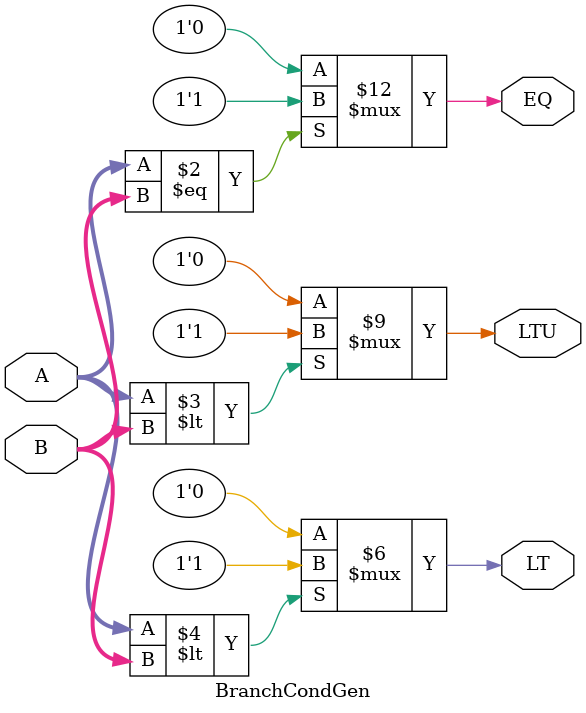
<source format=sv>
`timescale 1ns / 1ps


module BranchCondGen(
    input [31:0] A, B,
    output logic EQ,
    output logic LT,
    output logic LTU
    );
    
    always_comb
    begin
    EQ = 0; LT = 0; LTU = 0;
        if (A == B)
            EQ = 1;
        if (A < B)
            LTU = 1;
        if ($signed(A) < $signed(B))
            LT = 1;
        
    end
endmodule

</source>
